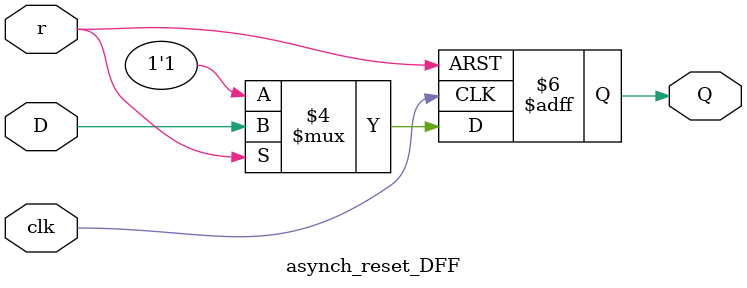
<source format=v>
`timescale 1ns / 1ps


module asynch_reset_DFF(Q,D,r,clk);
    output reg Q;
    input D, clk, r;
    
    
    always @(posedge clk or posedge r)
    begin
     Q <= D;
     if(r == 1)
        Q <= 0;
        else if(r == 0)
        Q <= 1;
    end   
endmodule
   

</source>
